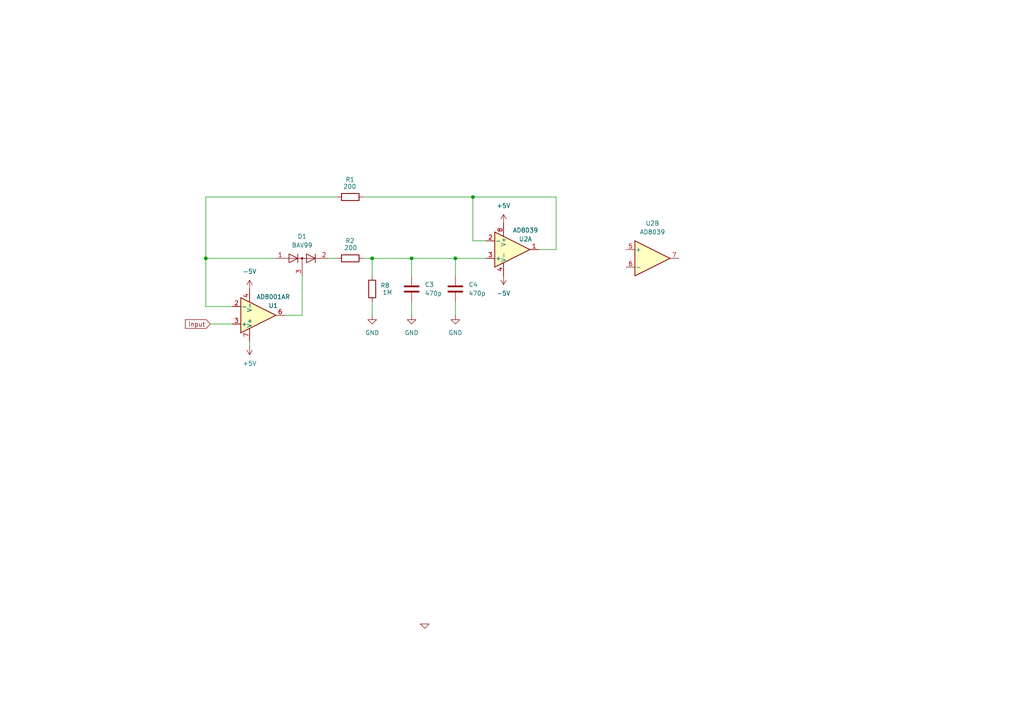
<source format=kicad_sch>
(kicad_sch (version 20231120) (generator "eeschema") (generator_version "8.0")
  (paper "A4")
  (lib_symbols
    (symbol "Amplifier_Operational:AD8001AR" (pin_names (offset 0.127))
      (property "Reference" "U" (at 0 6.35 0))
      (property "Value" "AD8001AR" (at 0 3.81 0))
      (symbol "AD8001AR_0_1"
        (polyline (pts (xy -5.08 5.08) (xy 5.08 0) (xy -5.08 -5.08) (xy -5.08 5.08)) (stroke (width 0.254)) (fill (type background)))
      )
      (symbol "AD8001AR_1_1"
        (pin no_connect line (at -2.54 2.54 270) (length 2.54) hide (name "NC") (number "1"))
        (pin input line (at -7.62 -2.54 0) (length 2.54) (name "-") (number "2"))
        (pin input line (at -7.62 2.54 0) (length 2.54) (name "+") (number "3"))
        (pin power_in line (at -2.54 -7.62 90) (length 3.81) (name "V-") (number "4"))
        (pin no_connect line (at 0 2.54 270) (length 2.54) hide (name "NC") (number "5"))
        (pin output line (at 7.62 0 180) (length 2.54) (name "~") (number "6"))
        (pin power_in line (at -2.54 7.62 270) (length 3.81) (name "V+") (number "7"))
        (pin no_connect line (at 0 -2.54 90) (length 2.54) hide (name "NC") (number "8"))
      )
    )
    (symbol "Amplifier_Operational:TL072" (pin_names (offset 0.127))
      (property "Reference" "U" (at 0 5.08 0))
      (property "Value" "TL072" (at 0 -5.08 0))
      (symbol "TL072_1_1"
        (polyline (pts (xy -5.08 5.08) (xy 5.08 0) (xy -5.08 -5.08) (xy -5.08 5.08)) (stroke (width 0.254)) (fill (type background)))
        (pin output line (at 7.62 0 180) (length 2.54) (name "~") (number "1"))
        (pin input line (at -7.62 -2.54 0) (length 2.54) (name "-") (number "2"))
        (pin input line (at -7.62 2.54 0) (length 2.54) (name "+") (number "3"))
      )
      (symbol "TL072_2_1"
        (polyline (pts (xy -5.08 5.08) (xy 5.08 0) (xy -5.08 -5.08) (xy -5.08 5.08)) (stroke (width 0.254)) (fill (type background)))
        (pin input line (at -7.62 2.54 0) (length 2.54) (name "+") (number "5"))
        (pin input line (at -7.62 -2.54 0) (length 2.54) (name "-") (number "6"))
        (pin output line (at 7.62 0 180) (length 2.54) (name "~") (number "7"))
      )
      (symbol "TL072_3_1"
        (pin power_in line (at -2.54 -7.62 90) (length 3.81) (name "V-") (number "4"))
        (pin power_in line (at -2.54 7.62 270) (length 3.81) (name "V+") (number "8"))
      )
    )
    (symbol "Device:C" (pin_numbers hide) (pin_names (offset 0.254))
      (property "Reference" "C" (at 0.635 2.54 0))
      (property "Value" "C" (at 0.635 -2.54 0))
      (symbol "C_0_1"
        (polyline (pts (xy -2.032 -0.762) (xy 2.032 -0.762)) (stroke (width 0.508)))
        (polyline (pts (xy -2.032 0.762) (xy 2.032 0.762)) (stroke (width 0.508)))
      )
      (symbol "C_1_1"
        (pin passive line (at 0 3.81 270) (length 2.794) (name "~") (number "1"))
        (pin passive line (at 0 -3.81 90) (length 2.794) (name "~") (number "2"))
      )
    )
    (symbol "Device:R" (pin_numbers hide) (pin_names (offset 0))
      (property "Reference" "R" (at 2.032 0 90))
      (property "Value" "R" (at 0 0 90))
      (symbol "R_0_1"
        (rectangle (start -1.016 -2.54) (end 1.016 2.54) (stroke (width 0.254)))
      )
      (symbol "R_1_1"
        (pin passive line (at 0 3.81 270) (length 1.27) (name "~") (number "1"))
        (pin passive line (at 0 -3.81 90) (length 1.27) (name "~") (number "2"))
      )
    )
    (symbol "Diode:BAV99" (pin_names hide)
      (property "Reference" "D" (at 0 5.08 0))
      (property "Value" "BAV99" (at 0 2.54 0))
      (symbol "BAV99_0_1"
        (polyline (pts (xy -5.08 0) (xy 5.08 0)))
      )
      (symbol "BAV99_1_1"
        (polyline (pts (xy 0 0) (xy 0 -2.54)))
        (polyline (pts (xy -1.27 -1.27) (xy -1.27 1.27) (xy -1.27 1.27)) (stroke (width 0.2032)))
        (polyline (pts (xy 3.81 1.27) (xy 3.81 -1.27) (xy 3.81 -1.27)) (stroke (width 0.2032)))
        (polyline (pts (xy -3.81 1.27) (xy -1.27 0) (xy -3.81 -1.27) (xy -3.81 1.27) (xy -3.81 1.27) (xy -3.81 1.27)) (stroke (width 0.2032)))
        (polyline (pts (xy 1.27 1.27) (xy 3.81 0) (xy 1.27 -1.27) (xy 1.27 1.27) (xy 1.27 1.27) (xy 1.27 1.27)) (stroke (width 0.2032)))
        (circle (center 0 0) (radius 0.254) (fill (type outline)))
        (pin passive line (at -7.62 0 0) (length 2.54) (name "K") (number "1"))
        (pin passive line (at 7.62 0 180) (length 2.54) (name "A") (number "2"))
        (pin passive line (at 0 -5.08 90) (length 2.54) (name "K") (number "3"))
      )
    )
    (symbol "Simulation_SPICE:0" (power) (pin_names (offset 0))
      (property "Value" "0" (at 0 -1.778 0))
      (symbol "0_0_1"
        (polyline (pts (xy -1.27 0) (xy 0 -1.27) (xy 1.27 0) (xy -1.27 0)))
      )
      (symbol "0_1_1"
        (pin power_in line (at 0 0 0) (length 0) hide (name "0") (number "1"))
      )
    )
    (symbol "power:+5V" (power) (pin_numbers hide) (pin_names (offset 0) hide)
      (property "Value" "+5V" (at 0 3.556 0))
      (symbol "+5V_0_1"
        (polyline (pts (xy -0.762 1.27) (xy 0 2.54)))
        (polyline (pts (xy 0 0) (xy 0 2.54)))
        (polyline (pts (xy 0 2.54) (xy 0.762 1.27)))
      )
      (symbol "+5V_1_1"
        (pin power_in line (at 0 0 90) (length 0) (name "~") (number "1"))
      )
    )
    (symbol "power:GND" (power) (pin_numbers hide) (pin_names (offset 0) hide)
      (property "Value" "GND" (at 0 -3.81 0))
      (symbol "GND_0_1"
        (polyline (pts (xy 0 0) (xy 0 -1.27) (xy 1.27 -1.27) (xy 0 -2.54) (xy -1.27 -1.27) (xy 0 -1.27)))
      )
      (symbol "GND_1_1"
        (pin power_in line (at 0 0 270) (length 0) (name "~") (number "1"))
      )
    )
  )
  (junction (at 132.08 74.93))
  (junction (at 119.38 74.93))
  (junction (at 107.95 74.93))
  (junction (at 137.16 57.15))
  (junction (at 59.69 74.93))
  (wire (pts (xy 87.63 80.01) (xy 87.63 91.44)))
  (wire (pts (xy 161.29 72.39) (xy 161.29 57.15)))
  (wire (pts (xy 97.79 74.93) (xy 95.25 74.93)))
  (wire (pts (xy 156.21 72.39) (xy 161.29 72.39)))
  (wire (pts (xy 105.41 57.15) (xy 137.16 57.15)))
  (wire (pts (xy 97.79 57.15) (xy 59.69 57.15)))
  (wire (pts (xy 119.38 74.93) (xy 119.38 80.01)))
  (wire (pts (xy 119.38 74.93) (xy 132.08 74.93)))
  (wire (pts (xy 107.95 74.93) (xy 105.41 74.93)))
  (wire (pts (xy 107.95 74.93) (xy 119.38 74.93)))
  (wire (pts (xy 137.16 57.15) (xy 161.29 57.15)))
  (wire (pts (xy 72.39 99.06) (xy 72.39 100.33)))
  (wire (pts (xy 59.69 74.93) (xy 59.69 88.9)))
  (wire (pts (xy 107.95 87.63) (xy 107.95 91.44)))
  (wire (pts (xy 107.95 74.93) (xy 107.95 80.01)))
  (wire (pts (xy 119.38 87.63) (xy 119.38 91.44)))
  (wire (pts (xy 132.08 87.63) (xy 132.08 91.44)))
  (wire (pts (xy 132.08 74.93) (xy 140.97 74.93)))
  (wire (pts (xy 87.63 91.44) (xy 82.55 91.44)))
  (wire (pts (xy 80.01 74.93) (xy 59.69 74.93)))
  (wire (pts (xy 137.16 57.15) (xy 137.16 69.85)))
  (wire (pts (xy 59.69 57.15) (xy 59.69 74.93)))
  (wire (pts (xy 59.69 88.9) (xy 67.31 88.9)))
  (wire (pts (xy 132.08 74.93) (xy 132.08 80.01)))
  (wire (pts (xy 60.96 93.98) (xy 67.31 93.98)))
  (wire (pts (xy 137.16 69.85) (xy 140.97 69.85)))
  (global_label "input" (shape input) (at 60.96 93.98 180) (property "Intersheetrefs" "${INTERSHEET_REFS}" (effects (hide yes))))
  (symbol (lib_id "power:GND") (at 132.08 91.44 0) (unit 1)
    (property "Reference" "#PWR03" (effects (hide yes)))
    (property "Value" "GND" (at 132.08 96.52 0))
    (property "Description" "Power symbol creates a global label with name \"GND\" , ground" (effects (hide yes)))
  )
  (symbol (lib_id "Device:R") (at 107.95 83.82 180) (unit 1)
    (property "Reference" "R8" (at 113.03 82.804 0) (effects (justify left)))
    (property "Value" "1M" (at 113.792 84.836 0) (effects (justify left)))
    (property "Footprint" "Resistor_SMD:R_0603_1608Metric_Pad0.98x0.95mm_HandSolder" (effects (hide yes)))
  )
  (symbol (lib_id "power:+5V") (at 146.05 80.01 180) (unit 1)
    (property "Reference" "#PWR07" (effects (hide yes)))
    (property "Value" "-5V" (at 146.05 85.09 0))
    (property "Description" "Power symbol creates a global label with name \"+5V\"" (effects (hide yes)))
  )
  (symbol (lib_id "Simulation_SPICE:0") (at 123.19 180.975 0) (unit 1)
    (property "Reference" "#GND08" (effects (hide yes)))
    (property "Value" "0" (effects (hide yes)))
  )
  (symbol (lib_id "power:GND") (at 107.95 91.44 0) (unit 1)
    (property "Reference" "#PWR01" (effects (hide yes)))
    (property "Value" "GND" (at 107.95 96.52 0))
    (property "Description" "Power symbol creates a global label with name \"GND\" , ground" (effects (hide yes)))
  )
  (symbol (lib_id "power:GND") (at 119.38 91.44 0) (unit 1)
    (property "Reference" "#PWR02" (effects (hide yes)))
    (property "Value" "GND" (at 119.38 96.52 0))
    (property "Description" "Power symbol creates a global label with name \"GND\" , ground" (effects (hide yes)))
  )
  (symbol (lib_id "Amplifier_Operational:TL072") (at 148.59 72.39 0) (unit 3)
    (property "Reference" "U2" (effects (hide yes)))
    (property "Value" "AD8039" (effects (hide yes)))
    (property "Footprint" "Package_SO:SOIC-8_3.9x4.9mm_P1.27mm" (effects (hide yes)))
    (property "Datasheet" "http://www.ti.com/lit/ds/symlink/tl071.pdf" (effects (hide yes)))
    (property "Description" "Dual Low-Noise JFET-Input Operational Amplifiers, DIP-8/SOIC-8" (effects (hide yes)))
  )
  (symbol (lib_id "Amplifier_Operational:TL072") (at 189.23 74.93 0) (unit 2)
    (property "Reference" "U2" (at 189.23 64.77 0))
    (property "Value" "AD8039" (at 189.23 67.31 0))
    (property "Footprint" "Package_SO:SOIC-8_3.9x4.9mm_P1.27mm" (effects (hide yes)))
    (property "Datasheet" "http://www.ti.com/lit/ds/symlink/tl071.pdf" (effects (hide yes)))
    (property "Description" "Dual Low-Noise JFET-Input Operational Amplifiers, DIP-8/SOIC-8" (effects (hide yes)))
  )
  (symbol (lib_id "Amplifier_Operational:TL072") (at 148.59 72.39 0) (mirror x) (unit 1)
    (property "Reference" "U2" (at 152.4 69.342 0))
    (property "Value" "AD8039" (at 152.4 66.802 0))
    (property "Footprint" "Package_SO:SOIC-8_3.9x4.9mm_P1.27mm" (effects (hide yes)))
    (property "Datasheet" "http://www.ti.com/lit/ds/symlink/tl071.pdf" (effects (hide yes)))
    (property "Description" "Dual Low-Noise JFET-Input Operational Amplifiers, DIP-8/SOIC-8" (effects (hide yes)))
  )
  (symbol (lib_id "power:+5V") (at 146.05 64.77 0) (unit 1)
    (property "Reference" "#PWR05" (effects (hide yes)))
    (property "Value" "+5V" (at 146.05 59.69 0))
    (property "Description" "Power symbol creates a global label with name \"+5V\"" (effects (hide yes)))
  )
  (symbol (lib_id "Device:R") (at 101.6 74.93 90) (unit 1)
    (property "Reference" "R2" (at 102.87 69.85 90) (effects (justify left)))
    (property "Value" "200" (at 103.632 71.882 90) (effects (justify left)))
    (property "Footprint" "Resistor_SMD:R_0603_1608Metric_Pad0.98x0.95mm_HandSolder" (effects (hide yes)))
  )
  (symbol (lib_id "Device:C") (at 119.38 83.82 0) (unit 1)
    (property "Reference" "C3" (at 123.19 82.5499 0) (effects (justify left)))
    (property "Value" "470p" (at 123.19 85.0899 0) (effects (justify left)))
    (property "Footprint" "Capacitor_SMD:C_0603_1608Metric_Pad1.08x0.95mm_HandSolder" (effects (hide yes)))
    (property "Description" "Unpolarized capacitor" (effects (hide yes)))
  )
  (symbol (lib_id "power:+5V") (at 72.39 83.82 0) (unit 1)
    (property "Reference" "#PWR06" (effects (hide yes)))
    (property "Value" "-5V" (at 72.39 78.74 0))
    (property "Description" "Power symbol creates a global label with name \"+5V\"" (effects (hide yes)))
  )
  (symbol (lib_id "Device:C") (at 132.08 83.82 0) (unit 1)
    (property "Reference" "C4" (at 135.89 82.5499 0) (effects (justify left)))
    (property "Value" "470p" (at 135.89 85.0899 0) (effects (justify left)))
    (property "Footprint" "Capacitor_SMD:C_0603_1608Metric_Pad1.08x0.95mm_HandSolder" (effects (hide yes)))
    (property "Description" "Unpolarized capacitor" (effects (hide yes)))
  )
  (symbol (lib_id "Amplifier_Operational:AD8001AR") (at 74.93 91.44 0) (mirror x) (unit 1)
    (property "Reference" "U1" (at 79.248 88.646 0))
    (property "Value" "AD8001AR" (at 79.248 86.106 0))
    (property "Footprint" "Package_SO:SOIC-8_3.9x4.9mm_P1.27mm" (effects (hide yes)))
    (property "Datasheet" "https://www.analog.com/media/en/technical-documentation/data-sheets/ad8001.pdf" (effects (hide yes)))
    (property "Description" "Current Feedback Amplifier, 800 MHz, 50mW, SOIC-8" (effects (hide yes)))
  )
  (symbol (lib_id "power:+5V") (at 72.39 100.33 180) (unit 1)
    (property "Reference" "#PWR04" (effects (hide yes)))
    (property "Value" "+5V" (at 72.39 105.41 0))
    (property "Description" "Power symbol creates a global label with name \"+5V\"" (effects (hide yes)))
  )
  (symbol (lib_id "Device:R") (at 101.6 57.15 90) (unit 1)
    (property "Reference" "R1" (at 102.87 52.07 90) (effects (justify left)))
    (property "Value" "200" (at 103.378 54.102 90) (effects (justify left)))
    (property "Footprint" "Resistor_SMD:R_0603_1608Metric_Pad0.98x0.95mm_HandSolder" (effects (hide yes)))
  )
  (symbol (lib_id "Diode:BAV99") (at 87.63 74.93 0) (unit 1)
    (property "Reference" "D1" (at 87.63 68.58 0))
    (property "Value" "BAV99" (at 87.63 71.12 0))
    (property "Footprint" "Package_TO_SOT_SMD:SOT-23" (effects (hide yes)))
    (property "Datasheet" "https://assets.nexperia.com/documents/data-sheet/BAV99_SER.pdf" (effects (hide yes)))
    (property "Description" "BAV99 High-speed switching diodes, SOT-23" (effects (hide yes)))
  )
)
</source>
